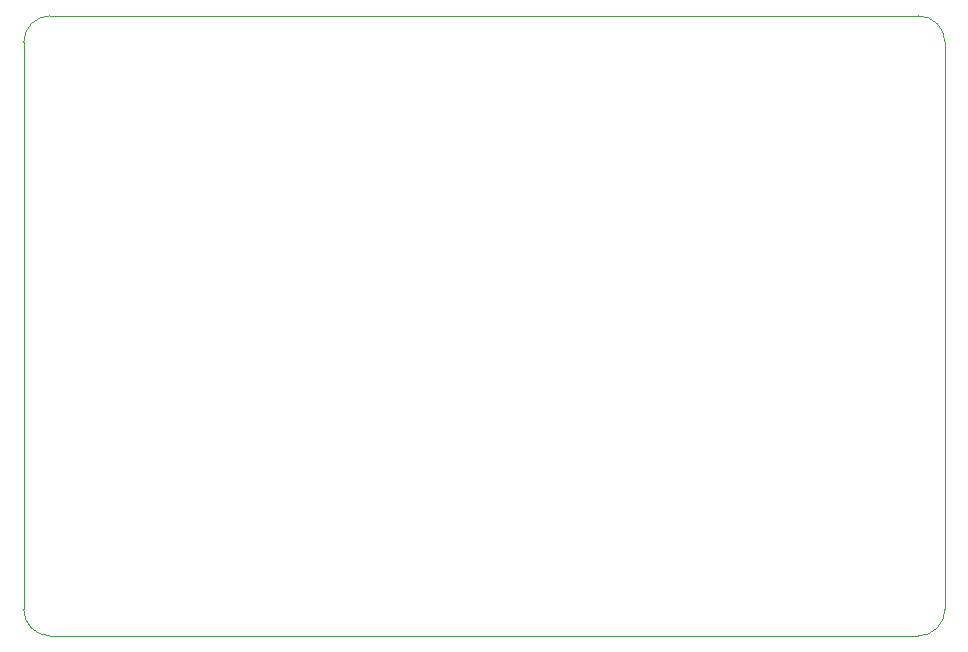
<source format=gbr>
%TF.GenerationSoftware,KiCad,Pcbnew,(6.0.6)*%
%TF.CreationDate,2022-10-24T15:29:27+02:00*%
%TF.ProjectId,Cobot,436f626f-742e-46b6-9963-61645f706362,rev?*%
%TF.SameCoordinates,Original*%
%TF.FileFunction,Profile,NP*%
%FSLAX46Y46*%
G04 Gerber Fmt 4.6, Leading zero omitted, Abs format (unit mm)*
G04 Created by KiCad (PCBNEW (6.0.6)) date 2022-10-24 15:29:27*
%MOMM*%
%LPD*%
G01*
G04 APERTURE LIST*
%TA.AperFunction,Profile*%
%ADD10C,0.100000*%
%TD*%
G04 APERTURE END LIST*
D10*
X141750000Y-173750000D02*
X68250000Y-173750000D01*
X68250000Y-121250000D02*
X141750000Y-121250000D01*
X68250000Y-121250000D02*
G75*
G03*
X66000000Y-123500000I0J-2250000D01*
G01*
X66000000Y-171500000D02*
G75*
G03*
X68250000Y-173750000I2250000J0D01*
G01*
X141750000Y-173750000D02*
G75*
G03*
X144000000Y-171500000I0J2250000D01*
G01*
X144000000Y-123500000D02*
G75*
G03*
X141750000Y-121250000I-2250000J0D01*
G01*
X144000000Y-123500000D02*
X144000000Y-171500000D01*
X66000000Y-171500000D02*
X66000000Y-123500000D01*
M02*

</source>
